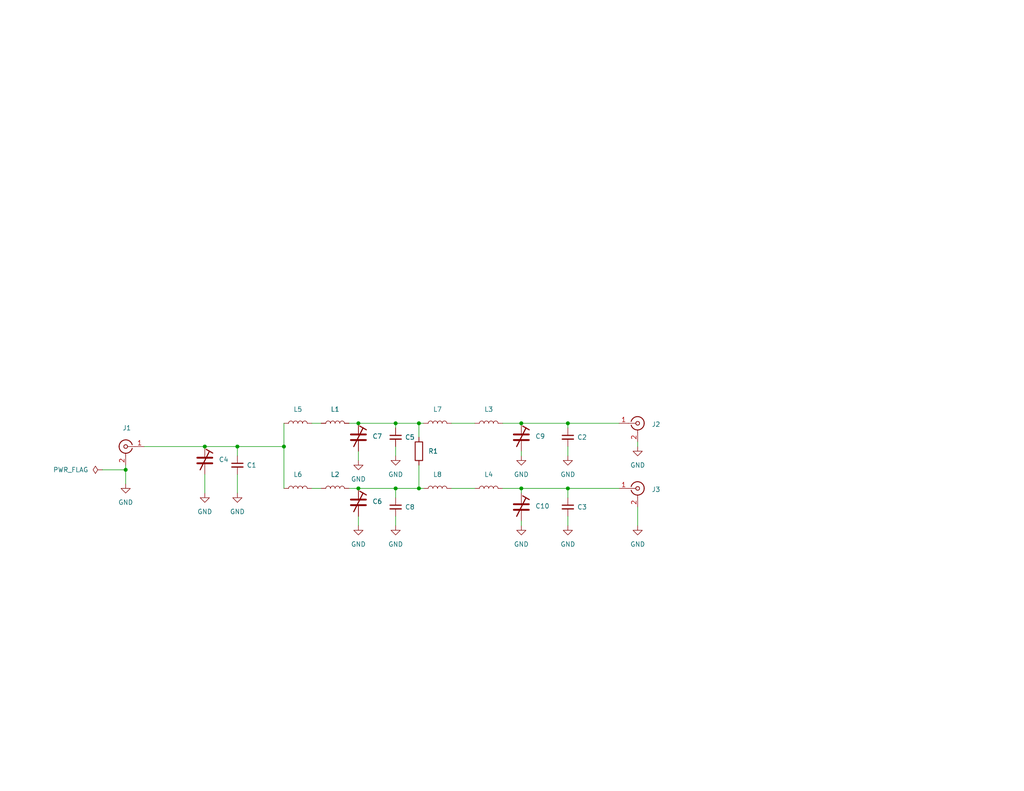
<source format=kicad_sch>
(kicad_sch (version 20211123) (generator eeschema)
  (paper "USLetter")
  (title_block (title "Wilkinson Power Divider") (date "2022-07-02") (rev "Version 1") (comment 1 "Designed by Kathy Lundblad"))
  (lib_symbols
    (symbol "Connector:Conn_Coaxial" (pin_names (offset 1.016) hide)
      (property "Reference" "J" (at 0.254 3.048 0))
      (property "Value" "Conn_Coaxial" (at 2.921 0 90))
      (symbol "Conn_Coaxial_0_1"
        (arc (start -1.778 -0.508) (mid 0.2311 -1.8066) (end 1.778 0) (stroke (width 0.254)))
        (polyline (pts (xy -2.54 0) (xy -0.508 0)))
        (polyline (pts (xy 0 -2.54) (xy 0 -1.778)))
        (circle (center 0 0) (radius 0.508) (stroke (width 0.2032)))
        (arc (start 1.778 0) (mid 0.2099 1.8101) (end -1.778 0.508) (stroke (width 0.254)))
      )
      (symbol "Conn_Coaxial_1_1"
        (pin passive line (at -5.08 0 0) (length 2.54) (name "In") (number "1"))
        (pin passive line (at 0 -5.08 90) (length 2.54) (name "Ext") (number "2"))
      )
    )
    (symbol "Device:C_Small" (pin_numbers hide) (pin_names (offset 0.254) hide)
      (property "Reference" "C" (at 0.254 1.778 0))
      (property "Value" "C_Small" (at 0.254 -2.032 0))
      (symbol "C_Small_0_1"
        (polyline (pts (xy -1.524 -0.508) (xy 1.524 -0.508)) (stroke (width 0.3302)))
        (polyline (pts (xy -1.524 0.508) (xy 1.524 0.508)) (stroke (width 0.3048)))
      )
      (symbol "C_Small_1_1"
        (pin passive line (at 0 2.54 270) (length 2.032) (name "~") (number "1"))
        (pin passive line (at 0 -2.54 90) (length 2.032) (name "~") (number "2"))
      )
    )
    (symbol "Device:C_Trim" (pin_numbers hide) (pin_names (offset 0.254) hide)
      (property "Reference" "C" (at 1.524 -2.032 0))
      (property "Value" "C_Trim" (at 3.048 -3.556 0))
      (symbol "C_Trim_0_1"
        (polyline (pts (xy -2.032 -0.762) (xy 2.032 -0.762)) (stroke (width 0.508)))
        (polyline (pts (xy -2.032 0.762) (xy 2.032 0.762)) (stroke (width 0.508)))
        (polyline (pts (xy 1.27 2.54) (xy -1.27 -2.54)) (stroke (width 0.3048)))
        (polyline (pts (xy 1.27 2.54) (xy 0.381 3.048)) (stroke (width 0.3048)))
        (polyline (pts (xy 1.27 2.54) (xy 2.159 2.032)) (stroke (width 0.3048)))
      )
      (symbol "C_Trim_1_1"
        (pin passive line (at 0 3.81 270) (length 3.048) (name "~") (number "1"))
        (pin passive line (at 0 -3.81 90) (length 3.048) (name "~") (number "2"))
      )
    )
    (symbol "Device:L" (pin_numbers hide) (pin_names (offset 1.016) hide)
      (property "Reference" "L" (at -1.27 0 90))
      (property "Value" "L" (at 1.905 0 90))
      (symbol "L_0_1"
        (arc (start 0 -2.54) (mid 0.635 -1.905) (end 0 -1.27))
        (arc (start 0 -1.27) (mid 0.635 -0.635) (end 0 0))
        (arc (start 0 0) (mid 0.635 0.635) (end 0 1.27))
        (arc (start 0 1.27) (mid 0.635 1.905) (end 0 2.54))
      )
      (symbol "L_1_1"
        (pin passive line (at 0 3.81 270) (length 1.27) (name "1") (number "1"))
        (pin passive line (at 0 -3.81 90) (length 1.27) (name "2") (number "2"))
      )
    )
    (symbol "Device:R" (pin_numbers hide) (pin_names (offset 0))
      (property "Reference" "R" (at 2.032 0 90))
      (property "Value" "R" (at 0 0 90))
      (symbol "R_0_1"
        (rectangle (start -1.016 -2.54) (end 1.016 2.54) (stroke (width 0.254)))
      )
      (symbol "R_1_1"
        (pin passive line (at 0 3.81 270) (length 1.27) (name "~") (number "1"))
        (pin passive line (at 0 -3.81 90) (length 1.27) (name "~") (number "2"))
      )
    )
    (symbol "power:GND" (power) (pin_names (offset 0))
      (property "Value" "GND" (at 0 -3.81 0))
      (symbol "GND_0_1"
        (polyline (pts (xy 0 0) (xy 0 -1.27) (xy 1.27 -1.27) (xy 0 -2.54) (xy -1.27 -1.27) (xy 0 -1.27)))
      )
      (symbol "GND_1_1"
        (pin power_in line (at 0 0 270) (length 0) hide (name "GND") (number "1"))
      )
    )
    (symbol "power:PWR_FLAG" (power) (pin_numbers hide) (pin_names (offset 0) hide)
      (property "Value" "PWR_FLAG" (at 0 3.81 0))
      (symbol "PWR_FLAG_0_0"
        (pin power_out line (at 0 0 90) (length 0) (name "pwr") (number "1"))
      )
      (symbol "PWR_FLAG_0_1"
        (polyline (pts (xy 0 0) (xy 0 1.27) (xy -1.016 1.905) (xy 0 2.54) (xy 1.016 1.905) (xy 0 1.27)))
      )
    )
  )
  (junction (at 64.77 121.92))
  (junction (at 97.79 133.35))
  (junction (at 55.88 121.92))
  (junction (at 97.79 115.57))
  (junction (at 142.24 115.57))
  (junction (at 34.29 128.27))
  (junction (at 114.3 133.35))
  (junction (at 154.94 115.57))
  (junction (at 142.24 133.35))
  (junction (at 107.95 133.35))
  (junction (at 154.94 133.35))
  (junction (at 107.95 115.57))
  (junction (at 77.47 121.92))
  (junction (at 114.3 115.57))
  (wire (pts (xy 64.77 121.92) (xy 64.77 124.46)))
  (wire (pts (xy 154.94 115.57) (xy 154.94 116.84)))
  (wire (pts (xy 173.99 138.43) (xy 173.99 143.51)))
  (wire (pts (xy 64.77 129.54) (xy 64.77 134.62)))
  (wire (pts (xy 34.29 128.27) (xy 34.29 132.08)))
  (wire (pts (xy 95.25 133.35) (xy 97.79 133.35)))
  (wire (pts (xy 173.99 120.65) (xy 173.99 121.92)))
  (wire (pts (xy 123.19 133.35) (xy 129.54 133.35)))
  (wire (pts (xy 97.79 140.97) (xy 97.79 143.51)))
  (wire (pts (xy 154.94 140.97) (xy 154.94 143.51)))
  (wire (pts (xy 154.94 133.35) (xy 154.94 135.89)))
  (wire (pts (xy 77.47 121.92) (xy 77.47 115.57)))
  (wire (pts (xy 142.24 123.19) (xy 142.24 124.46)))
  (wire (pts (xy 107.95 140.97) (xy 107.95 143.51)))
  (wire (pts (xy 114.3 133.35) (xy 114.3 127)))
  (wire (pts (xy 114.3 115.57) (xy 114.3 119.38)))
  (wire (pts (xy 154.94 115.57) (xy 168.91 115.57)))
  (wire (pts (xy 85.09 115.57) (xy 87.63 115.57)))
  (wire (pts (xy 107.95 115.57) (xy 114.3 115.57)))
  (wire (pts (xy 142.24 142.24) (xy 142.24 143.51)))
  (wire (pts (xy 55.88 121.92) (xy 64.77 121.92)))
  (wire (pts (xy 154.94 133.35) (xy 168.91 133.35)))
  (wire (pts (xy 123.19 115.57) (xy 129.54 115.57)))
  (wire (pts (xy 97.79 123.19) (xy 97.79 125.73)))
  (wire (pts (xy 55.88 129.54) (xy 55.88 134.62)))
  (wire (pts (xy 137.16 115.57) (xy 142.24 115.57)))
  (wire (pts (xy 85.09 133.35) (xy 87.63 133.35)))
  (wire (pts (xy 107.95 115.57) (xy 107.95 116.84)))
  (wire (pts (xy 95.25 115.57) (xy 97.79 115.57)))
  (wire (pts (xy 34.29 127) (xy 34.29 128.27)))
  (wire (pts (xy 97.79 115.57) (xy 107.95 115.57)))
  (wire (pts (xy 77.47 121.92) (xy 77.47 133.35)))
  (wire (pts (xy 142.24 133.35) (xy 154.94 133.35)))
  (wire (pts (xy 27.94 128.27) (xy 34.29 128.27)))
  (wire (pts (xy 64.77 121.92) (xy 77.47 121.92)))
  (wire (pts (xy 142.24 115.57) (xy 154.94 115.57)))
  (wire (pts (xy 107.95 133.35) (xy 114.3 133.35)))
  (wire (pts (xy 114.3 115.57) (xy 115.57 115.57)))
  (wire (pts (xy 97.79 133.35) (xy 107.95 133.35)))
  (wire (pts (xy 154.94 121.92) (xy 154.94 124.46)))
  (wire (pts (xy 107.95 133.35) (xy 107.95 135.89)))
  (wire (pts (xy 142.24 133.35) (xy 142.24 134.62)))
  (wire (pts (xy 137.16 133.35) (xy 142.24 133.35)))
  (wire (pts (xy 39.37 121.92) (xy 55.88 121.92)))
  (wire (pts (xy 107.95 121.92) (xy 107.95 124.46)))
  (wire (pts (xy 114.3 133.35) (xy 115.57 133.35)))
  (symbol (lib_id "Device:L") (at 133.35 115.57 90) (unit 1)
    (property "Reference" "L3" (at 133.35 111.76 90))
    (property "Value" "L" (effects hide))
    (property "Footprint" "Inductor_SMD:L_0603_1608Metric" (effects hide))
  )
  (symbol (lib_id "Device:C_Small") (at 154.94 138.43 0) (unit 1)
    (property "Reference" "C3" (at 157.48 138.4362 0) (effects (justify left)))
    (property "Value" "C_Small" (effects hide))
    (property "Footprint" "Capacitor_SMD:C_0603_1608Metric" (effects hide))
  )
  (symbol (lib_id "power:GND") (at 154.94 143.51 0) (unit 1)
    (property "Reference" "#PWR03" (effects hide))
    (property "Value" "GND" (at 154.94 148.59 0))
  )
  (symbol (lib_id "power:GND") (at 173.99 121.92 0) (unit 1)
    (property "Reference" "#PWR0102" (effects hide))
    (property "Value" "GND" (at 173.99 127 0))
  )
  (symbol (lib_id "Device:C_Small") (at 154.94 119.38 0) (unit 1)
    (property "Reference" "C2" (at 157.48 119.3862 0) (effects (justify left)))
    (property "Value" "C_Small" (effects hide))
    (property "Footprint" "Capacitor_SMD:C_0603_1608Metric" (effects hide))
  )
  (symbol (lib_id "Device:R") (at 114.3 123.19 0) (unit 1)
    (property "Reference" "R1" (at 116.84 123.1899 0) (effects (justify left)))
    (property "Value" "R" (effects hide))
    (property "Footprint" "Resistor_SMD:R_0603_1608Metric" (effects hide))
  )
  (symbol (lib_id "Connector:Conn_Coaxial") (at 173.99 133.35 0) (unit 1)
    (property "Reference" "J3" (at 177.8 133.6431 0) (effects (justify left)))
    (property "Value" "Conn_Coaxial" (effects hide))
    (property "Footprint" "Connector_Coaxial:SMA_Samtec_SMA-J-P-X-ST-EM1_EdgeMount" (effects hide))
    (property "Datasheet" " ~" (effects hide))
  )
  (symbol (lib_id "Device:L") (at 91.44 115.57 90) (unit 1)
    (property "Reference" "L1" (at 91.44 111.76 90))
    (property "Value" "L" (effects hide))
    (property "Footprint" "Inductor_SMD:L_0603_1608Metric" (effects hide))
  )
  (symbol (lib_id "Device:L") (at 119.38 115.57 90) (unit 1)
    (property "Reference" "L7" (at 119.38 111.76 90))
    (property "Value" "L" (effects hide))
    (property "Footprint" "Inductor_SMD:L_0603_1608Metric" (effects hide))
  )
  (symbol (lib_id "Connector:Conn_Coaxial") (at 173.99 115.57 0) (unit 1)
    (property "Reference" "J2" (at 177.8 115.8631 0) (effects (justify left)))
    (property "Value" "Conn_Coaxial" (effects hide))
    (property "Footprint" "Connector_Coaxial:SMA_Samtec_SMA-J-P-X-ST-EM1_EdgeMount" (effects hide))
    (property "Datasheet" " ~" (effects hide))
  )
  (symbol (lib_id "power:GND") (at 55.88 134.62 0) (unit 1)
    (property "Reference" "#PWR04" (effects hide))
    (property "Value" "GND" (at 55.88 139.7 0))
  )
  (symbol (lib_id "Device:C_Trim") (at 97.79 137.16 0) (unit 1)
    (property "Reference" "C6" (at 101.6 136.9059 0) (effects (justify left)))
    (property "Value" "v" (effects hide))
    (property "Footprint" "Capacitor_SMD:C_Trimmer_Sprague-Goodman_SGC3" (effects hide))
  )
  (symbol (lib_id "Device:L") (at 119.38 133.35 90) (unit 1)
    (property "Reference" "L8" (at 119.38 129.54 90))
    (property "Value" "L" (effects hide))
    (property "Footprint" "Inductor_SMD:L_0603_1608Metric" (effects hide))
  )
  (symbol (lib_id "Device:L") (at 91.44 133.35 90) (unit 1)
    (property "Reference" "L2" (at 91.44 129.54 90))
    (property "Value" "L" (effects hide))
    (property "Footprint" "Inductor_SMD:L_0603_1608Metric" (effects hide))
  )
  (symbol (lib_id "power:GND") (at 142.24 143.51 0) (unit 1)
    (property "Reference" "#PWR010" (effects hide))
    (property "Value" "GND" (at 142.24 148.59 0))
  )
  (symbol (lib_id "power:GND") (at 34.29 132.08 0) (unit 1)
    (property "Reference" "#PWR0101" (effects hide))
    (property "Value" "GND" (at 34.29 137.16 0))
  )
  (symbol (lib_id "Connector:Conn_Coaxial") (at 34.29 121.92 0) (mirror y) (unit 1)
    (property "Reference" "J1" (at 34.6074 116.84 0))
    (property "Value" "Conn_Coaxial" (effects hide))
    (property "Footprint" "Connector_Coaxial:SMA_Samtec_SMA-J-P-X-ST-EM1_EdgeMount" (effects hide))
    (property "Datasheet" " ~" (effects hide))
  )
  (symbol (lib_id "Device:C_Trim") (at 142.24 138.43 0) (unit 1)
    (property "Reference" "C10" (at 146.05 138.1759 0) (effects (justify left)))
    (property "Value" "C_Trim" (effects hide))
    (property "Footprint" "Capacitor_SMD:C_Trimmer_Sprague-Goodman_SGC3" (effects hide))
  )
  (symbol (lib_id "Device:C_Trim") (at 55.88 125.73 0) (unit 1)
    (property "Reference" "C4" (at 59.69 125.4759 0) (effects (justify left)))
    (property "Value" "C_Trim" (effects hide))
    (property "Footprint" "Capacitor_SMD:C_Trimmer_Sprague-Goodman_SGC3" (effects hide))
  )
  (symbol (lib_id "power:GND") (at 97.79 143.51 0) (unit 1)
    (property "Reference" "#PWR06" (effects hide))
    (property "Value" "GND" (at 97.79 148.59 0))
  )
  (symbol (lib_id "power:GND") (at 107.95 124.46 0) (unit 1)
    (property "Reference" "#PWR05" (effects hide))
    (property "Value" "GND" (at 107.95 129.54 0))
  )
  (symbol (lib_id "Device:L") (at 133.35 133.35 90) (unit 1)
    (property "Reference" "L4" (at 133.35 129.54 90))
    (property "Value" "L" (effects hide))
    (property "Footprint" "Inductor_SMD:L_0603_1608Metric" (effects hide))
  )
  (symbol (lib_id "power:GND") (at 107.95 143.51 0) (unit 1)
    (property "Reference" "#PWR08" (effects hide))
    (property "Value" "GND" (at 107.95 148.59 0))
  )
  (symbol (lib_id "Device:C_Small") (at 107.95 138.43 0) (unit 1)
    (property "Reference" "C8" (at 110.49 138.4362 0) (effects (justify left)))
    (property "Value" "C_Small" (effects hide))
    (property "Footprint" "Capacitor_SMD:C_0603_1608Metric" (effects hide))
  )
  (symbol (lib_id "Device:C_Small") (at 64.77 127 0) (unit 1)
    (property "Reference" "C1" (at 67.31 127.0062 0) (effects (justify left)))
    (property "Value" "C_Small" (effects hide))
    (property "Footprint" "Capacitor_SMD:C_0603_1608Metric" (effects hide))
  )
  (symbol (lib_id "Device:L") (at 81.28 133.35 90) (unit 1)
    (property "Reference" "L6" (at 81.28 129.54 90))
    (property "Value" "L" (effects hide))
    (property "Footprint" "Inductor_SMD:L_0603_1608Metric" (effects hide))
  )
  (symbol (lib_id "Device:C_Small") (at 107.95 119.38 0) (unit 1)
    (property "Reference" "C5" (at 110.49 119.3862 0) (effects (justify left)))
    (property "Value" "C_Small" (effects hide))
    (property "Footprint" "Capacitor_SMD:C_0603_1608Metric" (effects hide))
  )
  (symbol (lib_id "power:GND") (at 97.79 125.73 0) (unit 1)
    (property "Reference" "#PWR07" (effects hide))
    (property "Value" "GND" (at 97.79 130.81 0))
  )
  (symbol (lib_id "Device:C_Trim") (at 97.79 119.38 0) (unit 1)
    (property "Reference" "C7" (at 101.6 119.1259 0) (effects (justify left)))
    (property "Value" "C_Trim" (effects hide))
    (property "Footprint" "Capacitor_SMD:C_Trimmer_Sprague-Goodman_SGC3" (effects hide))
  )
  (symbol (lib_id "power:GND") (at 64.77 134.62 0) (unit 1)
    (property "Reference" "#PWR02" (effects hide))
    (property "Value" "GND" (at 64.77 139.7 0))
  )
  (symbol (lib_id "Device:L") (at 81.28 115.57 90) (unit 1)
    (property "Reference" "L5" (at 81.28 111.76 90))
    (property "Value" "L" (effects hide))
    (property "Footprint" "Inductor_SMD:L_0603_1608Metric" (effects hide))
  )
  (symbol (lib_id "power:PWR_FLAG") (at 27.94 128.27 90) (unit 1)
    (property "Reference" "#FLG01" (effects hide))
    (property "Value" "PWR_FLAG" (at 24.13 128.2699 90) (effects (justify left)))
  )
  (symbol (lib_id "power:GND") (at 154.94 124.46 0) (unit 1)
    (property "Reference" "#PWR01" (effects hide))
    (property "Value" "GND" (at 154.94 129.54 0))
  )
  (symbol (lib_id "Device:C_Trim") (at 142.24 119.38 0) (unit 1)
    (property "Reference" "C9" (at 146.05 119.1259 0) (effects (justify left)))
    (property "Value" "C_Trim" (effects hide))
    (property "Footprint" "Capacitor_SMD:C_Trimmer_Sprague-Goodman_SGC3" (effects hide))
  )
  (symbol (lib_id "power:GND") (at 142.24 124.46 0) (unit 1)
    (property "Reference" "#PWR09" (effects hide))
    (property "Value" "GND" (at 142.24 129.54 0))
  )
  (symbol (lib_id "power:GND") (at 173.99 143.51 0) (unit 1)
    (property "Reference" "#PWR0103" (effects hide))
    (property "Value" "GND" (at 173.99 148.59 0))
  )
)
</source>
